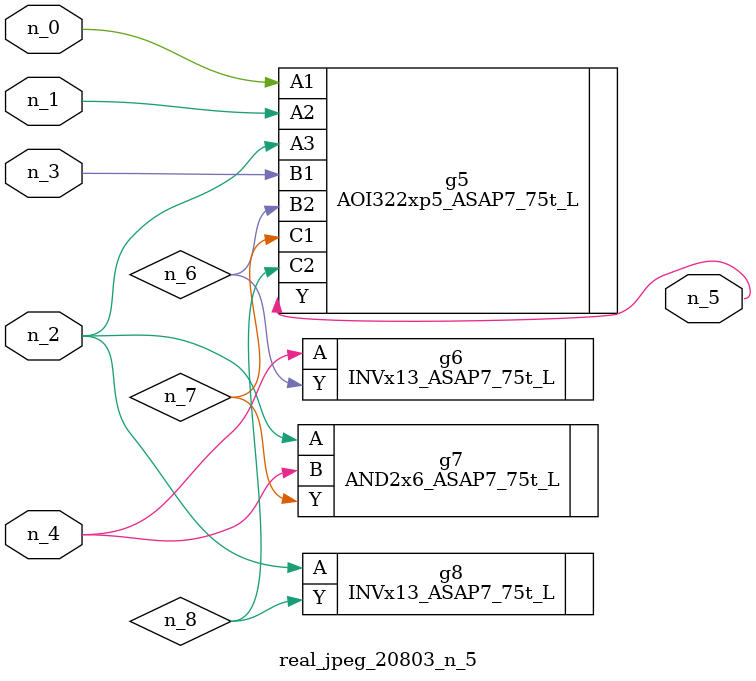
<source format=v>
module real_jpeg_20803_n_5 (n_4, n_0, n_1, n_2, n_3, n_5);

input n_4;
input n_0;
input n_1;
input n_2;
input n_3;

output n_5;

wire n_8;
wire n_6;
wire n_7;

AOI322xp5_ASAP7_75t_L g5 ( 
.A1(n_0),
.A2(n_1),
.A3(n_2),
.B1(n_3),
.B2(n_6),
.C1(n_7),
.C2(n_8),
.Y(n_5)
);

AND2x6_ASAP7_75t_L g7 ( 
.A(n_2),
.B(n_4),
.Y(n_7)
);

INVx13_ASAP7_75t_L g8 ( 
.A(n_2),
.Y(n_8)
);

INVx13_ASAP7_75t_L g6 ( 
.A(n_4),
.Y(n_6)
);


endmodule
</source>
